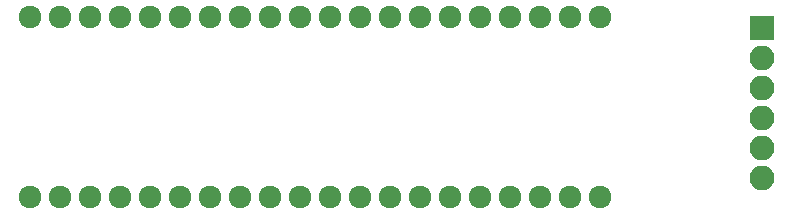
<source format=gbs>
G04 #@! TF.FileFunction,Soldermask,Bot*
%FSLAX46Y46*%
G04 Gerber Fmt 4.6, Leading zero omitted, Abs format (unit mm)*
G04 Created by KiCad (PCBNEW 4.0.6) date Sun Apr 16 17:51:56 2017*
%MOMM*%
%LPD*%
G01*
G04 APERTURE LIST*
%ADD10C,0.100000*%
%ADD11C,1.924000*%
%ADD12R,2.100000X2.100000*%
%ADD13O,2.100000X2.100000*%
G04 APERTURE END LIST*
D10*
D11*
X159025001Y-126005001D03*
X161565001Y-126005001D03*
X164105001Y-126005001D03*
X166645001Y-126005001D03*
X169185001Y-126005001D03*
X171725001Y-126005001D03*
X174265001Y-126005001D03*
X176805001Y-126005001D03*
X179345001Y-126005001D03*
X181885001Y-126005001D03*
X184425001Y-126005001D03*
X186965001Y-126005001D03*
X189505001Y-126005001D03*
X192045001Y-126005001D03*
X194585001Y-126005001D03*
X197125001Y-126005001D03*
X199665001Y-126005001D03*
X202205001Y-126005001D03*
X204745001Y-126005001D03*
X207285001Y-126005001D03*
X207285001Y-110765001D03*
X204745001Y-110765001D03*
X202205001Y-110765001D03*
X199665001Y-110765001D03*
X197125001Y-110765001D03*
X194585001Y-110765001D03*
X192045001Y-110765001D03*
X189505001Y-110765001D03*
X186965001Y-110765001D03*
X184425001Y-110765001D03*
X181885001Y-110765001D03*
X179345001Y-110765001D03*
X176805001Y-110765001D03*
X174265001Y-110765001D03*
X171725001Y-110765001D03*
X169185001Y-110765001D03*
X166645001Y-110765001D03*
X164105001Y-110765001D03*
X161565001Y-110765001D03*
X159025001Y-110765001D03*
D12*
X220980000Y-111760000D03*
D13*
X220980000Y-114300000D03*
X220980000Y-116840000D03*
X220980000Y-119380000D03*
X220980000Y-121920000D03*
X220980000Y-124460000D03*
M02*

</source>
